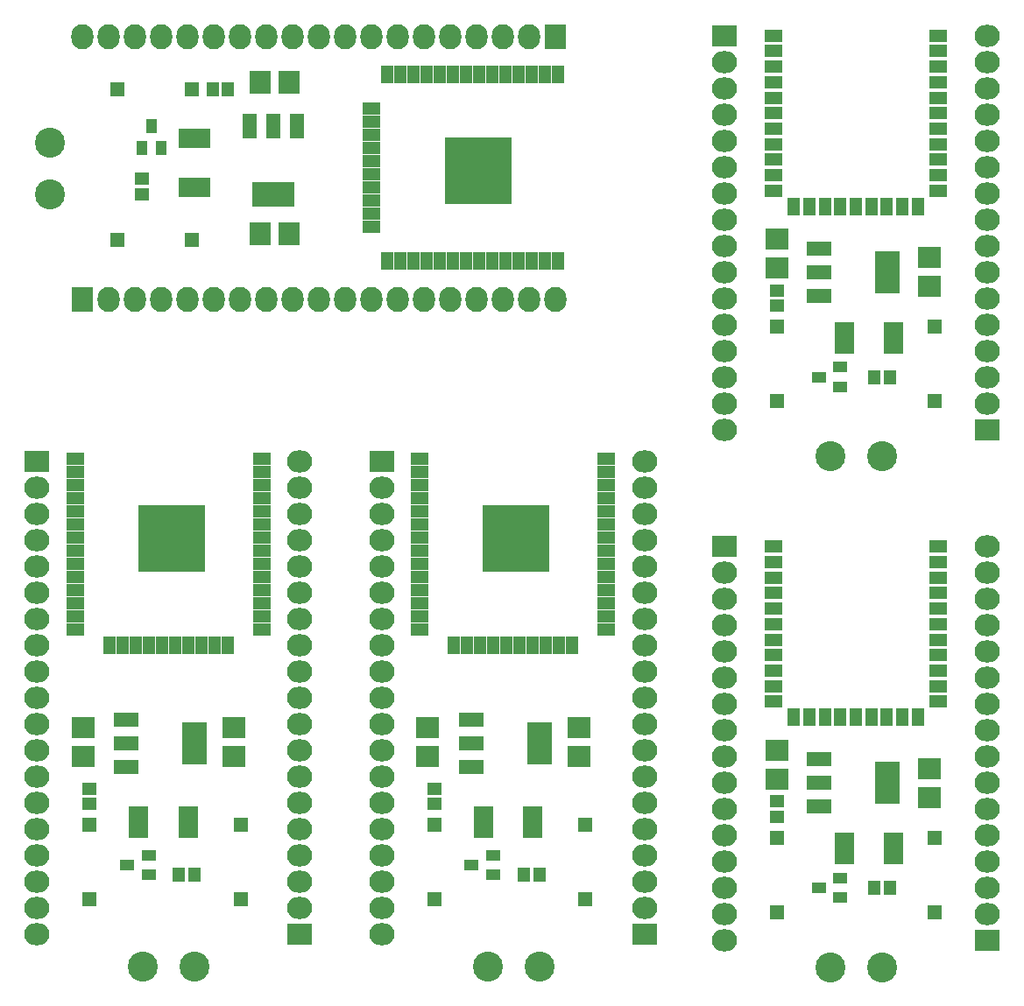
<source format=gts>
G04 #@! TF.FileFunction,Soldermask,Top*
%FSLAX46Y46*%
G04 Gerber Fmt 4.6, Leading zero omitted, Abs format (unit mm)*
G04 Created by KiCad (PCBNEW no-vcs-found-undefined) date Sun Nov  6 11:42:32 2016*
%MOMM*%
%LPD*%
G01*
G04 APERTURE LIST*
%ADD10C,0.100000*%
%ADD11R,2.203400X2.000200*%
%ADD12R,1.901140X3.100020*%
%ADD13R,2.432000X1.416000*%
%ADD14R,2.432000X4.057600*%
%ADD15R,1.400760X1.400760*%
%ADD16R,1.299160X1.400760*%
%ADD17R,1.400760X1.299160*%
%ADD18R,1.400760X0.999440*%
%ADD19R,2.432000X2.127200*%
%ADD20O,2.432000X2.127200*%
%ADD21C,1.200000*%
%ADD22R,6.400000X6.400000*%
%ADD23R,1.750000X1.300000*%
%ADD24R,1.300000X1.750000*%
%ADD25C,2.900000*%
%ADD26R,2.000200X2.203400*%
%ADD27R,3.100020X1.901140*%
%ADD28R,1.416000X2.432000*%
%ADD29R,4.057600X2.432000*%
%ADD30R,0.999440X1.400760*%
%ADD31R,2.127200X2.432000*%
%ADD32O,2.127200X2.432000*%
G04 APERTURE END LIST*
D10*
D11*
X76504800Y-161798000D03*
X76504800Y-164592000D03*
X61899800Y-161798000D03*
X61899800Y-164592000D03*
D12*
X67259200Y-170942000D03*
X72059800Y-170942000D03*
D13*
X66090800Y-161036000D03*
X66090800Y-165608000D03*
X66090800Y-163322000D03*
D14*
X72694800Y-163322000D03*
D15*
X77139800Y-171152820D03*
X77139800Y-178351180D03*
X62534800Y-178351180D03*
X62534800Y-171152820D03*
D16*
X71191120Y-176022000D03*
X72694800Y-176022000D03*
D17*
X62534800Y-167660320D03*
X62534800Y-169164000D03*
D18*
X68249800Y-176022000D03*
X66136520Y-175069500D03*
X68249800Y-174117000D03*
D19*
X82854800Y-181737000D03*
D20*
X82854800Y-179197000D03*
X82854800Y-176657000D03*
X82854800Y-174117000D03*
X82854800Y-171577000D03*
X82854800Y-169037000D03*
X82854800Y-166497000D03*
X82854800Y-163957000D03*
X82854800Y-161417000D03*
X82854800Y-158877000D03*
X82854800Y-156337000D03*
X82854800Y-153797000D03*
X82854800Y-151257000D03*
X82854800Y-148717000D03*
X82854800Y-146177000D03*
X82854800Y-143637000D03*
X82854800Y-141097000D03*
X82854800Y-138557000D03*
X82854800Y-136017000D03*
X57454800Y-181737000D03*
X57454800Y-179197000D03*
X57454800Y-176657000D03*
X57454800Y-174117000D03*
X57454800Y-171577000D03*
X57454800Y-169037000D03*
X57454800Y-166497000D03*
X57454800Y-163957000D03*
X57454800Y-161417000D03*
X57454800Y-158877000D03*
X57454800Y-156337000D03*
X57454800Y-153797000D03*
X57454800Y-151257000D03*
X57454800Y-148717000D03*
X57454800Y-146177000D03*
X57454800Y-143637000D03*
X57454800Y-141097000D03*
X57454800Y-138557000D03*
D19*
X57454800Y-136017000D03*
D21*
X68441800Y-141473000D03*
D22*
X70441800Y-143473000D03*
D23*
X61141800Y-135763000D03*
X61141800Y-137033000D03*
X61141800Y-138303000D03*
X61141800Y-139573000D03*
X61141800Y-140843000D03*
X61141800Y-142113000D03*
X61141800Y-143383000D03*
X61141800Y-144653000D03*
X61141800Y-145923000D03*
X61141800Y-147193000D03*
X61141800Y-148463000D03*
X61141800Y-149733000D03*
X61141800Y-151003000D03*
X61141800Y-152273000D03*
D24*
X64441800Y-153773000D03*
X65711800Y-153773000D03*
X66981800Y-153773000D03*
X68251800Y-153773000D03*
X69521800Y-153773000D03*
X70791800Y-153773000D03*
X72061800Y-153773000D03*
X73331800Y-153773000D03*
X74601800Y-153773000D03*
X75871800Y-153773000D03*
D23*
X79171800Y-152273000D03*
X79171800Y-151003000D03*
X79171800Y-149733000D03*
X79171800Y-148463000D03*
X79171800Y-147193000D03*
X79171800Y-145923000D03*
X79171800Y-144653000D03*
X79171800Y-143383000D03*
X79171800Y-142113000D03*
X79171800Y-140843000D03*
X79171800Y-139573000D03*
X79171800Y-138303000D03*
X79171800Y-137033000D03*
X79171800Y-135763000D03*
D21*
X68441800Y-142473000D03*
X68441800Y-143473000D03*
X68441800Y-144473000D03*
X68441800Y-145473000D03*
X69441800Y-145473000D03*
X69441800Y-144473000D03*
X69441800Y-143473000D03*
X69441800Y-142473000D03*
X69441800Y-141473000D03*
X71441800Y-141473000D03*
X71441800Y-142473000D03*
X71441800Y-143473000D03*
X71441800Y-144473000D03*
X71441800Y-145473000D03*
X70441800Y-145473000D03*
X70441800Y-144473000D03*
X70441800Y-143473000D03*
X70441800Y-142473000D03*
X70441800Y-141473000D03*
X72441800Y-145473000D03*
X72441800Y-144473000D03*
X72441800Y-143473000D03*
X72441800Y-142473000D03*
X72441800Y-141473000D03*
D25*
X67694800Y-184912000D03*
X72694800Y-184912000D03*
X105812000Y-135517000D03*
X100812000Y-135517000D03*
X105812000Y-184920000D03*
X100812000Y-184920000D03*
X25342000Y-110183000D03*
X25342000Y-105183000D03*
X39370000Y-184912000D03*
X34370000Y-184912000D03*
D21*
X39117000Y-141473000D03*
X39117000Y-142473000D03*
X39117000Y-143473000D03*
X39117000Y-144473000D03*
X39117000Y-145473000D03*
X37117000Y-141473000D03*
X37117000Y-142473000D03*
X37117000Y-143473000D03*
X37117000Y-144473000D03*
X37117000Y-145473000D03*
X38117000Y-145473000D03*
X38117000Y-144473000D03*
X38117000Y-143473000D03*
X38117000Y-142473000D03*
X38117000Y-141473000D03*
X36117000Y-141473000D03*
X36117000Y-142473000D03*
X36117000Y-143473000D03*
X36117000Y-144473000D03*
X36117000Y-145473000D03*
X35117000Y-145473000D03*
X35117000Y-144473000D03*
X35117000Y-143473000D03*
X35117000Y-142473000D03*
D23*
X45847000Y-135763000D03*
X45847000Y-137033000D03*
X45847000Y-138303000D03*
X45847000Y-139573000D03*
X45847000Y-140843000D03*
X45847000Y-142113000D03*
X45847000Y-143383000D03*
X45847000Y-144653000D03*
X45847000Y-145923000D03*
X45847000Y-147193000D03*
X45847000Y-148463000D03*
X45847000Y-149733000D03*
X45847000Y-151003000D03*
X45847000Y-152273000D03*
D24*
X42547000Y-153773000D03*
X41277000Y-153773000D03*
X40007000Y-153773000D03*
X38737000Y-153773000D03*
X37467000Y-153773000D03*
X36197000Y-153773000D03*
X34927000Y-153773000D03*
X33657000Y-153773000D03*
X32387000Y-153773000D03*
X31117000Y-153773000D03*
D23*
X27817000Y-152273000D03*
X27817000Y-151003000D03*
X27817000Y-149733000D03*
X27817000Y-148463000D03*
X27817000Y-147193000D03*
X27817000Y-145923000D03*
X27817000Y-144653000D03*
X27817000Y-143383000D03*
X27817000Y-142113000D03*
X27817000Y-140843000D03*
X27817000Y-139573000D03*
X27817000Y-138303000D03*
X27817000Y-137033000D03*
X27817000Y-135763000D03*
D22*
X37117000Y-143473000D03*
D21*
X35117000Y-141473000D03*
X68781000Y-109930000D03*
X67781000Y-109930000D03*
X66781000Y-109930000D03*
X65781000Y-109930000D03*
X64781000Y-109930000D03*
X68781000Y-107930000D03*
X67781000Y-107930000D03*
X66781000Y-107930000D03*
X65781000Y-107930000D03*
X64781000Y-107930000D03*
X64781000Y-108930000D03*
X65781000Y-108930000D03*
X66781000Y-108930000D03*
X67781000Y-108930000D03*
X68781000Y-108930000D03*
X68781000Y-106930000D03*
X67781000Y-106930000D03*
X66781000Y-106930000D03*
X65781000Y-106930000D03*
X64781000Y-106930000D03*
X64781000Y-105930000D03*
X65781000Y-105930000D03*
X66781000Y-105930000D03*
X67781000Y-105930000D03*
D24*
X74491000Y-116660000D03*
X73221000Y-116660000D03*
X71951000Y-116660000D03*
X70681000Y-116660000D03*
X69411000Y-116660000D03*
X68141000Y-116660000D03*
X66871000Y-116660000D03*
X65601000Y-116660000D03*
X64331000Y-116660000D03*
X63061000Y-116660000D03*
X61791000Y-116660000D03*
X60521000Y-116660000D03*
X59251000Y-116660000D03*
X57981000Y-116660000D03*
D23*
X56481000Y-113360000D03*
X56481000Y-112090000D03*
X56481000Y-110820000D03*
X56481000Y-109550000D03*
X56481000Y-108280000D03*
X56481000Y-107010000D03*
X56481000Y-105740000D03*
X56481000Y-104470000D03*
X56481000Y-103200000D03*
X56481000Y-101930000D03*
D24*
X57981000Y-98630000D03*
X59251000Y-98630000D03*
X60521000Y-98630000D03*
X61791000Y-98630000D03*
X63061000Y-98630000D03*
X64331000Y-98630000D03*
X65601000Y-98630000D03*
X66871000Y-98630000D03*
X68141000Y-98630000D03*
X69411000Y-98630000D03*
X70681000Y-98630000D03*
X71951000Y-98630000D03*
X73221000Y-98630000D03*
X74491000Y-98630000D03*
D22*
X66781000Y-107930000D03*
D21*
X68781000Y-105930000D03*
D23*
X111275400Y-159256600D03*
X111275400Y-157756600D03*
X111275400Y-156256600D03*
X111275400Y-154756600D03*
X111275400Y-153256600D03*
X111275400Y-151756600D03*
X111275400Y-150256600D03*
X111275400Y-148756600D03*
X111275400Y-147256600D03*
X111275400Y-145756600D03*
X111275400Y-144256600D03*
X95275400Y-144256600D03*
X95275400Y-145756600D03*
X95275400Y-147256600D03*
X95275400Y-148756600D03*
X95275400Y-150256600D03*
X95275400Y-151756600D03*
X95275400Y-153256600D03*
X95275400Y-154756600D03*
X95275400Y-156256600D03*
X95275400Y-157756600D03*
X95275400Y-159256600D03*
D24*
X109275400Y-160756600D03*
X107775400Y-160756600D03*
X106275400Y-160756600D03*
X104775400Y-160756600D03*
X103275400Y-160756600D03*
X101775400Y-160756600D03*
X100275400Y-160756600D03*
X98775400Y-160756600D03*
X97275400Y-160756600D03*
D23*
X111275400Y-109853600D03*
X111275400Y-108353600D03*
X111275400Y-106853600D03*
X111275400Y-105353600D03*
X111275400Y-103853600D03*
X111275400Y-102353600D03*
X111275400Y-100853600D03*
X111275400Y-99353600D03*
X111275400Y-97853600D03*
X111275400Y-96353600D03*
X111275400Y-94853600D03*
X95275400Y-94853600D03*
X95275400Y-96353600D03*
X95275400Y-97853600D03*
X95275400Y-99353600D03*
X95275400Y-100853600D03*
X95275400Y-102353600D03*
X95275400Y-103853600D03*
X95275400Y-105353600D03*
X95275400Y-106853600D03*
X95275400Y-108353600D03*
X95275400Y-109853600D03*
D24*
X109275400Y-111353600D03*
X107775400Y-111353600D03*
X106275400Y-111353600D03*
X104775400Y-111353600D03*
X103275400Y-111353600D03*
X101775400Y-111353600D03*
X100275400Y-111353600D03*
X98775400Y-111353600D03*
X97275400Y-111353600D03*
D19*
X90576400Y-94843600D03*
D20*
X90576400Y-97383600D03*
X90576400Y-99923600D03*
X90576400Y-102463600D03*
X90576400Y-105003600D03*
X90576400Y-107543600D03*
X90576400Y-110083600D03*
X90576400Y-112623600D03*
X90576400Y-115163600D03*
X90576400Y-117703600D03*
X90576400Y-120243600D03*
X90576400Y-122783600D03*
X90576400Y-125323600D03*
X90576400Y-127863600D03*
X90576400Y-130403600D03*
X90576400Y-132943600D03*
X115976400Y-94843600D03*
X115976400Y-97383600D03*
X115976400Y-99923600D03*
X115976400Y-102463600D03*
X115976400Y-105003600D03*
X115976400Y-107543600D03*
X115976400Y-110083600D03*
X115976400Y-112623600D03*
X115976400Y-115163600D03*
X115976400Y-117703600D03*
X115976400Y-120243600D03*
X115976400Y-122783600D03*
X115976400Y-125323600D03*
X115976400Y-127863600D03*
X115976400Y-130403600D03*
D19*
X115976400Y-132943600D03*
D18*
X101793040Y-128816100D03*
X99679760Y-127863600D03*
X101793040Y-126911100D03*
D17*
X95656400Y-120995440D03*
X95656400Y-119491760D03*
D16*
X106568240Y-127863600D03*
X105064560Y-127863600D03*
D15*
X95656400Y-130192780D03*
X95656400Y-122994420D03*
X110896400Y-130192780D03*
X110896400Y-122994420D03*
D13*
X99720400Y-115417600D03*
X99720400Y-119989600D03*
X99720400Y-117703600D03*
D14*
X106324400Y-117703600D03*
D12*
X102146100Y-124053600D03*
X106946700Y-124053600D03*
D11*
X110388400Y-116306600D03*
X110388400Y-119100600D03*
X95656400Y-117322600D03*
X95656400Y-114528600D03*
X95656400Y-163931600D03*
X95656400Y-166725600D03*
X110388400Y-168503600D03*
X110388400Y-165709600D03*
D12*
X106946700Y-173456600D03*
X102146100Y-173456600D03*
D14*
X106324400Y-167106600D03*
D13*
X99720400Y-167106600D03*
X99720400Y-169392600D03*
X99720400Y-164820600D03*
D15*
X110896400Y-172397420D03*
X110896400Y-179595780D03*
X95656400Y-172397420D03*
X95656400Y-179595780D03*
D16*
X105064560Y-177266600D03*
X106568240Y-177266600D03*
D17*
X95656400Y-168894760D03*
X95656400Y-170398440D03*
D18*
X101793040Y-176314100D03*
X99679760Y-177266600D03*
X101793040Y-178219100D03*
D19*
X115976400Y-182346600D03*
D20*
X115976400Y-179806600D03*
X115976400Y-177266600D03*
X115976400Y-174726600D03*
X115976400Y-172186600D03*
X115976400Y-169646600D03*
X115976400Y-167106600D03*
X115976400Y-164566600D03*
X115976400Y-162026600D03*
X115976400Y-159486600D03*
X115976400Y-156946600D03*
X115976400Y-154406600D03*
X115976400Y-151866600D03*
X115976400Y-149326600D03*
X115976400Y-146786600D03*
X115976400Y-144246600D03*
X90576400Y-182346600D03*
X90576400Y-179806600D03*
X90576400Y-177266600D03*
X90576400Y-174726600D03*
X90576400Y-172186600D03*
X90576400Y-169646600D03*
X90576400Y-167106600D03*
X90576400Y-164566600D03*
X90576400Y-162026600D03*
X90576400Y-159486600D03*
X90576400Y-156946600D03*
X90576400Y-154406600D03*
X90576400Y-151866600D03*
X90576400Y-149326600D03*
X90576400Y-146786600D03*
D19*
X90576400Y-144246600D03*
D26*
X48456000Y-113993000D03*
X45662000Y-113993000D03*
X48456000Y-99388000D03*
X45662000Y-99388000D03*
D27*
X39312000Y-104747400D03*
X39312000Y-109548000D03*
D28*
X49218000Y-103579000D03*
X44646000Y-103579000D03*
X46932000Y-103579000D03*
D29*
X46932000Y-110183000D03*
D15*
X39101180Y-114628000D03*
X31902820Y-114628000D03*
X31902820Y-100023000D03*
X39101180Y-100023000D03*
D17*
X34232000Y-108679320D03*
X34232000Y-110183000D03*
D16*
X42593680Y-100023000D03*
X41090000Y-100023000D03*
D30*
X34232000Y-105738000D03*
X35184500Y-103624720D03*
X36137000Y-105738000D03*
D31*
X28517000Y-120343000D03*
D32*
X31057000Y-120343000D03*
X33597000Y-120343000D03*
X36137000Y-120343000D03*
X38677000Y-120343000D03*
X41217000Y-120343000D03*
X43757000Y-120343000D03*
X46297000Y-120343000D03*
X48837000Y-120343000D03*
X51377000Y-120343000D03*
X53917000Y-120343000D03*
X56457000Y-120343000D03*
X58997000Y-120343000D03*
X61537000Y-120343000D03*
X64077000Y-120343000D03*
X66617000Y-120343000D03*
X69157000Y-120343000D03*
X71697000Y-120343000D03*
X74237000Y-120343000D03*
X28517000Y-94943000D03*
X31057000Y-94943000D03*
X33597000Y-94943000D03*
X36137000Y-94943000D03*
X38677000Y-94943000D03*
X41217000Y-94943000D03*
X43757000Y-94943000D03*
X46297000Y-94943000D03*
X48837000Y-94943000D03*
X51377000Y-94943000D03*
X53917000Y-94943000D03*
X56457000Y-94943000D03*
X58997000Y-94943000D03*
X61537000Y-94943000D03*
X64077000Y-94943000D03*
X66617000Y-94943000D03*
X69157000Y-94943000D03*
X71697000Y-94943000D03*
D31*
X74237000Y-94943000D03*
D19*
X24130000Y-136017000D03*
D20*
X24130000Y-138557000D03*
X24130000Y-141097000D03*
X24130000Y-143637000D03*
X24130000Y-146177000D03*
X24130000Y-148717000D03*
X24130000Y-151257000D03*
X24130000Y-153797000D03*
X24130000Y-156337000D03*
X24130000Y-158877000D03*
X24130000Y-161417000D03*
X24130000Y-163957000D03*
X24130000Y-166497000D03*
X24130000Y-169037000D03*
X24130000Y-171577000D03*
X24130000Y-174117000D03*
X24130000Y-176657000D03*
X24130000Y-179197000D03*
X24130000Y-181737000D03*
X49530000Y-136017000D03*
X49530000Y-138557000D03*
X49530000Y-141097000D03*
X49530000Y-143637000D03*
X49530000Y-146177000D03*
X49530000Y-148717000D03*
X49530000Y-151257000D03*
X49530000Y-153797000D03*
X49530000Y-156337000D03*
X49530000Y-158877000D03*
X49530000Y-161417000D03*
X49530000Y-163957000D03*
X49530000Y-166497000D03*
X49530000Y-169037000D03*
X49530000Y-171577000D03*
X49530000Y-174117000D03*
X49530000Y-176657000D03*
X49530000Y-179197000D03*
D19*
X49530000Y-181737000D03*
D18*
X34925000Y-174117000D03*
X32811720Y-175069500D03*
X34925000Y-176022000D03*
D17*
X29210000Y-169164000D03*
X29210000Y-167660320D03*
D16*
X39370000Y-176022000D03*
X37866320Y-176022000D03*
D15*
X29210000Y-171152820D03*
X29210000Y-178351180D03*
X43815000Y-178351180D03*
X43815000Y-171152820D03*
D14*
X39370000Y-163322000D03*
D13*
X32766000Y-163322000D03*
X32766000Y-165608000D03*
X32766000Y-161036000D03*
D12*
X38735000Y-170942000D03*
X33934400Y-170942000D03*
D11*
X28575000Y-164592000D03*
X28575000Y-161798000D03*
X43180000Y-164592000D03*
X43180000Y-161798000D03*
M02*

</source>
